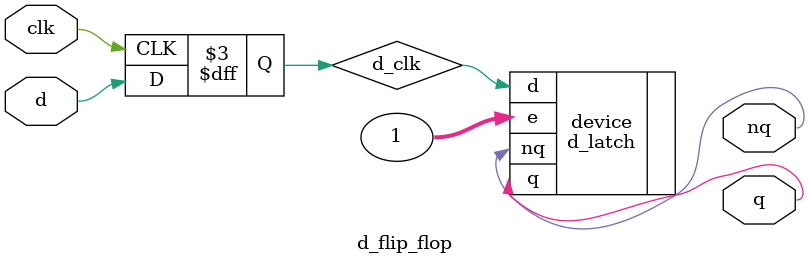
<source format=v>
`timescale 1ns / 1ps

module d_flip_flop(d, clk, q, nq);
    input d, clk;
    output q, nq;
    reg d_clk;
    
    always @(posedge clk) begin
        d_clk <= d;
    end
    
    d_latch device(.d(d_clk), .e(1), .q(q), .nq(nq));
endmodule

</source>
